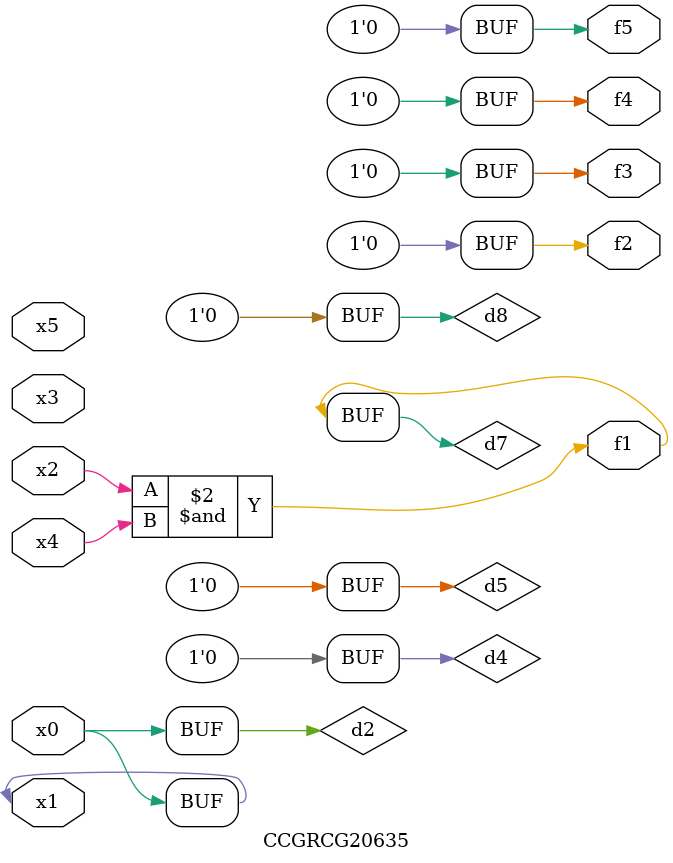
<source format=v>
module CCGRCG20635(
	input x0, x1, x2, x3, x4, x5,
	output f1, f2, f3, f4, f5
);

	wire d1, d2, d3, d4, d5, d6, d7, d8, d9;

	nand (d1, x1);
	buf (d2, x0, x1);
	nand (d3, x2, x4);
	and (d4, d1, d2);
	and (d5, d1, d2);
	nand (d6, d1, d3);
	not (d7, d3);
	xor (d8, d5);
	nor (d9, d5, d6);
	assign f1 = d7;
	assign f2 = d8;
	assign f3 = d8;
	assign f4 = d8;
	assign f5 = d8;
endmodule

</source>
